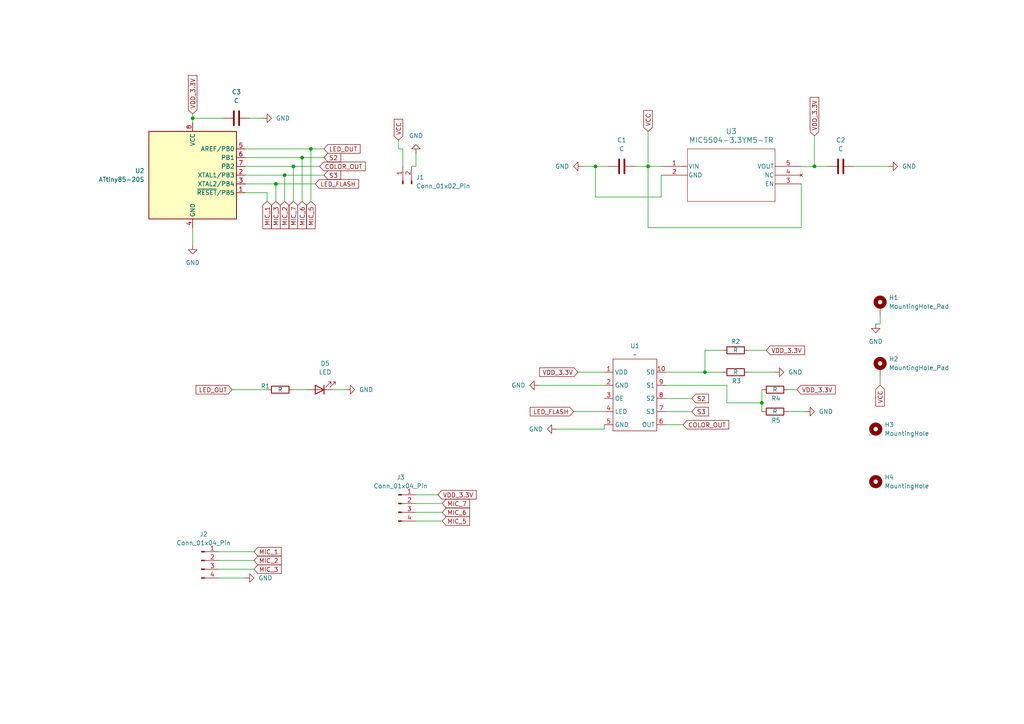
<source format=kicad_sch>
(kicad_sch (version 20231120) (generator "eeschema") (generator_version "8.0")
  (paper "A4")
  (lib_symbols
    (symbol "Connector:Conn_01x02_Pin" (pin_names (offset 1.016) hide)
      (property "Reference" "J" (at 0 2.54 0))
      (property "Value" "Conn_01x02_Pin" (at 0 -5.08 0))
      (symbol "Conn_01x02_Pin_1_1"
        (polyline (pts (xy 1.27 -2.54) (xy 0.8636 -2.54)) (stroke (width 0.1524)))
        (polyline (pts (xy 1.27 0) (xy 0.8636 0)) (stroke (width 0.1524)))
        (rectangle (start 0.8636 -2.413) (end 0 -2.667) (stroke (width 0.1524)) (fill (type outline)))
        (rectangle (start 0.8636 0.127) (end 0 -0.127) (stroke (width 0.1524)) (fill (type outline)))
        (pin passive line (at 5.08 0 180) (length 3.81) (name "Pin_1") (number "1"))
        (pin passive line (at 5.08 -2.54 180) (length 3.81) (name "Pin_2") (number "2"))
      )
    )
    (symbol "Connector:Conn_01x04_Pin" (pin_names (offset 1.016) hide)
      (property "Reference" "J" (at 0 5.08 0))
      (property "Value" "Conn_01x04_Pin" (at 0 -7.62 0))
      (symbol "Conn_01x04_Pin_1_1"
        (polyline (pts (xy 1.27 -5.08) (xy 0.8636 -5.08)) (stroke (width 0.1524)))
        (polyline (pts (xy 1.27 -2.54) (xy 0.8636 -2.54)) (stroke (width 0.1524)))
        (polyline (pts (xy 1.27 0) (xy 0.8636 0)) (stroke (width 0.1524)))
        (polyline (pts (xy 1.27 2.54) (xy 0.8636 2.54)) (stroke (width 0.1524)))
        (rectangle (start 0.8636 -4.953) (end 0 -5.207) (stroke (width 0.1524)) (fill (type outline)))
        (rectangle (start 0.8636 -2.413) (end 0 -2.667) (stroke (width 0.1524)) (fill (type outline)))
        (rectangle (start 0.8636 0.127) (end 0 -0.127) (stroke (width 0.1524)) (fill (type outline)))
        (rectangle (start 0.8636 2.667) (end 0 2.413) (stroke (width 0.1524)) (fill (type outline)))
        (pin passive line (at 5.08 2.54 180) (length 3.81) (name "Pin_1") (number "1"))
        (pin passive line (at 5.08 0 180) (length 3.81) (name "Pin_2") (number "2"))
        (pin passive line (at 5.08 -2.54 180) (length 3.81) (name "Pin_3") (number "3"))
        (pin passive line (at 5.08 -5.08 180) (length 3.81) (name "Pin_4") (number "4"))
      )
    )
    (symbol "Device:C" (pin_numbers hide) (pin_names (offset 0.254))
      (property "Reference" "C" (at 0.635 2.54 0))
      (property "Value" "C" (at 0.635 -2.54 0))
      (symbol "C_0_1"
        (polyline (pts (xy -2.032 -0.762) (xy 2.032 -0.762)) (stroke (width 0.508)))
        (polyline (pts (xy -2.032 0.762) (xy 2.032 0.762)) (stroke (width 0.508)))
      )
      (symbol "C_1_1"
        (pin passive line (at 0 3.81 270) (length 2.794) (name "~") (number "1"))
        (pin passive line (at 0 -3.81 90) (length 2.794) (name "~") (number "2"))
      )
    )
    (symbol "Device:LED" (pin_numbers hide) (pin_names (offset 1.016) hide)
      (property "Reference" "D" (at 0 2.54 0))
      (property "Value" "LED" (at 0 -2.54 0))
      (symbol "LED_0_1"
        (polyline (pts (xy -1.27 -1.27) (xy -1.27 1.27)) (stroke (width 0.254)))
        (polyline (pts (xy -1.27 0) (xy 1.27 0)))
        (polyline (pts (xy 1.27 -1.27) (xy 1.27 1.27) (xy -1.27 0) (xy 1.27 -1.27)) (stroke (width 0.254)))
        (polyline (pts (xy -3.048 -0.762) (xy -4.572 -2.286) (xy -3.81 -2.286) (xy -4.572 -2.286) (xy -4.572 -1.524)))
        (polyline (pts (xy -1.778 -0.762) (xy -3.302 -2.286) (xy -2.54 -2.286) (xy -3.302 -2.286) (xy -3.302 -1.524)))
      )
      (symbol "LED_1_1"
        (pin passive line (at -3.81 0 0) (length 2.54) (name "K") (number "1"))
        (pin passive line (at 3.81 0 180) (length 2.54) (name "A") (number "2"))
      )
    )
    (symbol "Device:R" (pin_numbers hide) (pin_names (offset 0))
      (property "Reference" "R" (at 2.032 0 90))
      (property "Value" "R" (at 0 0 90))
      (symbol "R_0_1"
        (rectangle (start -1.016 -2.54) (end 1.016 2.54) (stroke (width 0.254)))
      )
      (symbol "R_1_1"
        (pin passive line (at 0 3.81 270) (length 1.27) (name "~") (number "1"))
        (pin passive line (at 0 -3.81 90) (length 1.27) (name "~") (number "2"))
      )
    )
    (symbol "MCU_Microchip_ATtiny:ATtiny85-20S"
      (property "Reference" "U" (at -12.7 13.97 0))
      (property "Value" "ATtiny85-20S" (at 2.54 -13.97 0))
      (symbol "ATtiny85-20S_0_1"
        (rectangle (start -12.7 -12.7) (end 12.7 12.7) (stroke (width 0.254)) (fill (type background)))
      )
      (symbol "ATtiny85-20S_1_1"
        (pin bidirectional line (at 15.24 -5.08 180) (length 2.54) (name "~{RESET}/PB5") (number "1"))
        (pin bidirectional line (at 15.24 0 180) (length 2.54) (name "XTAL1/PB3") (number "2"))
        (pin bidirectional line (at 15.24 -2.54 180) (length 2.54) (name "XTAL2/PB4") (number "3"))
        (pin power_in line (at 0 -15.24 90) (length 2.54) (name "GND") (number "4"))
        (pin bidirectional line (at 15.24 7.62 180) (length 2.54) (name "AREF/PB0") (number "5"))
        (pin bidirectional line (at 15.24 5.08 180) (length 2.54) (name "PB1") (number "6"))
        (pin bidirectional line (at 15.24 2.54 180) (length 2.54) (name "PB2") (number "7"))
        (pin power_in line (at 0 15.24 270) (length 2.54) (name "VCC") (number "8"))
      )
    )
    (symbol "MIC5504:MIC5504-3.3YM5-TR" (pin_names (offset 0.254))
      (property "Reference" "U" (at 20.32 10.16 0))
      (property "Value" "MIC5504-3.3YM5-TR" (at 20.32 7.62 0))
      (symbol "MIC5504-3.3YM5-TR_0_1"
        (polyline (pts (xy 7.62 -10.16) (xy 33.02 -10.16)) (stroke (width 0.127)))
        (polyline (pts (xy 7.62 5.08) (xy 7.62 -10.16)) (stroke (width 0.127)))
        (polyline (pts (xy 33.02 -10.16) (xy 33.02 5.08)) (stroke (width 0.127)))
        (polyline (pts (xy 33.02 5.08) (xy 7.62 5.08)) (stroke (width 0.127)))
        (pin input line (at 0 0 0) (length 7.62) (name "VIN") (number "1"))
        (pin power_in line (at 0 -2.54 0) (length 7.62) (name "GND") (number "2"))
        (pin input line (at 40.64 -5.08 180) (length 7.62) (name "EN") (number "3"))
        (pin no_connect line (at 40.64 -2.54 180) (length 7.62) (name "NC") (number "4"))
        (pin output line (at 40.64 0 180) (length 7.62) (name "VOUT") (number "5"))
      )
    )
    (symbol "Mechanical:MountingHole" (pin_names (offset 1.016)) (exclude_from_sim yes) (in_bom no)
      (property "Reference" "H" (at 0 5.08 0))
      (property "Value" "MountingHole" (at 0 3.175 0))
      (symbol "MountingHole_0_1"
        (circle (center 0 0) (radius 1.27) (stroke (width 1.27)))
      )
    )
    (symbol "Mechanical:MountingHole_Pad" (pin_numbers hide) (pin_names (offset 1.016) hide) (exclude_from_sim yes) (in_bom no)
      (property "Reference" "H" (at 0 6.35 0))
      (property "Value" "MountingHole_Pad" (at 0 4.445 0))
      (symbol "MountingHole_Pad_0_1"
        (circle (center 0 1.27) (radius 1.27) (stroke (width 1.27)))
      )
      (symbol "MountingHole_Pad_1_1"
        (pin input line (at 0 -2.54 90) (length 2.54) (name "1") (number "1"))
      )
    )
    (symbol "TCS3200_DFRobot:TCS3200"
      (property "Reference" "U1" (at 0 15.24 0))
      (property "Value" "~" (at 0 12.7 0))
      (symbol "TCS3200_0_1"
        (rectangle (start -6.35 11.43) (end 6.35 -9.398))
      )
      (symbol "TCS3200_1_1"
        (pin input line (at -8.89 7.62 0) (length 2.54) (name "VDD") (number "1"))
        (pin input line (at 8.89 7.62 180) (length 2.54) (name "S0") (number "10"))
        (pin input line (at -8.89 3.81 0) (length 2.54) (name "GND") (number "2"))
        (pin input line (at -8.89 0 0) (length 2.54) (name "OE") (number "3"))
        (pin input line (at -8.89 -3.81 0) (length 2.54) (name "LED") (number "4"))
        (pin input line (at -8.89 -7.62 0) (length 2.54) (name "GND") (number "5"))
        (pin input line (at 8.89 -7.62 180) (length 2.54) (name "OUT") (number "6"))
        (pin input line (at 8.89 -3.81 180) (length 2.54) (name "S3") (number "7"))
        (pin input line (at 8.89 0 180) (length 2.54) (name "S2") (number "8"))
        (pin input line (at 8.89 3.81 180) (length 2.54) (name "S1") (number "9"))
      )
    )
    (symbol "power:GND" (power) (pin_numbers hide) (pin_names (offset 0) hide)
      (property "Value" "GND" (at 0 -3.81 0))
      (symbol "GND_0_1"
        (polyline (pts (xy 0 0) (xy 0 -1.27) (xy 1.27 -1.27) (xy 0 -2.54) (xy -1.27 -1.27) (xy 0 -1.27)))
      )
      (symbol "GND_1_1"
        (pin power_in line (at 0 0 270) (length 0) (name "~") (number "1"))
      )
    )
  )
  (junction (at 204.47 107.95))
  (junction (at 55.88 34.29))
  (junction (at 220.98 116.84))
  (junction (at 80.01 53.34))
  (junction (at 82.55 50.8))
  (junction (at 87.63 45.72))
  (junction (at 187.96 48.26))
  (junction (at 90.17 43.18))
  (junction (at 85.09 48.26))
  (junction (at 172.72 48.26))
  (junction (at 236.22 48.26))
  (wire (pts (xy 96.52 113.03) (xy 100.33 113.03)))
  (wire (pts (xy 172.72 57.15) (xy 172.72 48.26)))
  (wire (pts (xy 90.17 43.18) (xy 90.17 58.42)))
  (wire (pts (xy 85.09 113.03) (xy 88.9 113.03)))
  (wire (pts (xy 82.55 50.8) (xy 82.55 58.42)))
  (wire (pts (xy 255.27 109.22) (xy 255.27 111.76)))
  (wire (pts (xy 55.88 34.29) (xy 64.77 34.29)))
  (wire (pts (xy 120.65 146.05) (xy 128.27 146.05)))
  (wire (pts (xy 71.12 48.26) (xy 85.09 48.26)))
  (wire (pts (xy 55.88 34.29) (xy 55.88 35.56)))
  (wire (pts (xy 71.12 50.8) (xy 82.55 50.8)))
  (wire (pts (xy 193.04 115.57) (xy 200.66 115.57)))
  (wire (pts (xy 87.63 45.72) (xy 87.63 58.42)))
  (wire (pts (xy 85.09 48.26) (xy 85.09 58.42)))
  (wire (pts (xy 63.5 165.1) (xy 73.66 165.1)))
  (wire (pts (xy 161.29 124.46) (xy 175.26 124.46)))
  (wire (pts (xy 67.31 113.03) (xy 77.47 113.03)))
  (wire (pts (xy 191.77 50.8) (xy 191.77 57.15)))
  (wire (pts (xy 172.72 48.26) (xy 176.53 48.26)))
  (wire (pts (xy 72.39 34.29) (xy 76.2 34.29)))
  (wire (pts (xy 236.22 48.26) (xy 240.03 48.26)))
  (wire (pts (xy 217.17 107.95) (xy 224.79 107.95)))
  (wire (pts (xy 193.04 107.95) (xy 204.47 107.95)))
  (wire (pts (xy 71.12 53.34) (xy 80.01 53.34)))
  (wire (pts (xy 116.84 48.26) (xy 116.84 43.18)))
  (wire (pts (xy 167.64 107.95) (xy 175.26 107.95)))
  (wire (pts (xy 247.65 48.26) (xy 257.81 48.26)))
  (wire (pts (xy 87.63 45.72) (xy 93.98 45.72)))
  (wire (pts (xy 120.65 48.26) (xy 119.38 48.26)))
  (wire (pts (xy 55.88 33.02) (xy 55.88 34.29)))
  (wire (pts (xy 55.88 66.04) (xy 55.88 71.12)))
  (wire (pts (xy 217.17 101.6) (xy 222.25 101.6)))
  (wire (pts (xy 187.96 38.1) (xy 187.96 48.26)))
  (wire (pts (xy 115.57 43.18) (xy 115.57 40.64)))
  (wire (pts (xy 220.98 116.84) (xy 220.98 119.38)))
  (wire (pts (xy 71.12 43.18) (xy 90.17 43.18)))
  (wire (pts (xy 71.12 55.88) (xy 77.47 55.88)))
  (wire (pts (xy 120.65 148.59) (xy 128.27 148.59)))
  (wire (pts (xy 254 93.98) (xy 255.27 93.98)))
  (wire (pts (xy 193.04 119.38) (xy 200.66 119.38)))
  (wire (pts (xy 116.84 43.18) (xy 115.57 43.18)))
  (wire (pts (xy 204.47 101.6) (xy 204.47 107.95)))
  (wire (pts (xy 187.96 48.26) (xy 191.77 48.26)))
  (wire (pts (xy 228.6 119.38) (xy 233.68 119.38)))
  (wire (pts (xy 166.37 119.38) (xy 175.26 119.38)))
  (wire (pts (xy 236.22 39.37) (xy 236.22 48.26)))
  (wire (pts (xy 63.5 167.64) (xy 71.12 167.64)))
  (wire (pts (xy 193.04 111.76) (xy 210.82 111.76)))
  (wire (pts (xy 184.15 48.26) (xy 187.96 48.26)))
  (wire (pts (xy 120.65 44.45) (xy 120.65 48.26)))
  (wire (pts (xy 220.98 113.03) (xy 220.98 116.84)))
  (wire (pts (xy 232.41 48.26) (xy 236.22 48.26)))
  (wire (pts (xy 191.77 57.15) (xy 172.72 57.15)))
  (wire (pts (xy 85.09 48.26) (xy 92.71 48.26)))
  (wire (pts (xy 156.21 111.76) (xy 175.26 111.76)))
  (wire (pts (xy 80.01 53.34) (xy 91.44 53.34)))
  (wire (pts (xy 82.55 50.8) (xy 93.98 50.8)))
  (wire (pts (xy 232.41 53.34) (xy 232.41 66.04)))
  (wire (pts (xy 80.01 58.42) (xy 80.01 53.34)))
  (wire (pts (xy 210.82 116.84) (xy 220.98 116.84)))
  (wire (pts (xy 193.04 123.19) (xy 198.12 123.19)))
  (wire (pts (xy 204.47 107.95) (xy 209.55 107.95)))
  (wire (pts (xy 255.27 91.44) (xy 255.27 93.98)))
  (wire (pts (xy 120.65 151.13) (xy 128.27 151.13)))
  (wire (pts (xy 228.6 113.03) (xy 231.14 113.03)))
  (wire (pts (xy 90.17 43.18) (xy 93.98 43.18)))
  (wire (pts (xy 232.41 66.04) (xy 187.96 66.04)))
  (wire (pts (xy 77.47 58.42) (xy 77.47 55.88)))
  (wire (pts (xy 175.26 124.46) (xy 175.26 123.19)))
  (wire (pts (xy 210.82 111.76) (xy 210.82 116.84)))
  (wire (pts (xy 120.65 143.51) (xy 127 143.51)))
  (wire (pts (xy 168.91 48.26) (xy 172.72 48.26)))
  (wire (pts (xy 63.5 160.02) (xy 73.66 160.02)))
  (wire (pts (xy 63.5 162.56) (xy 73.66 162.56)))
  (wire (pts (xy 209.55 101.6) (xy 204.47 101.6)))
  (wire (pts (xy 71.12 45.72) (xy 87.63 45.72)))
  (wire (pts (xy 187.96 66.04) (xy 187.96 48.26)))
  (global_label "MIC_3" (shape input) (at 73.66 165.1 0) (property "Intersheetrefs" "${INTERSHEET_REFS}" (effects (hide yes))))
  (global_label "VDD_3.3V" (shape input) (at 222.25 101.6 0) (property "Intersheetrefs" "${INTERSHEET_REFS}" (effects (hide yes))))
  (global_label "MIC_6" (shape input) (at 128.27 148.59 0) (property "Intersheetrefs" "${INTERSHEET_REFS}" (effects (hide yes))))
  (global_label "COLOR_OUT" (shape input) (at 92.71 48.26 0) (property "Intersheetrefs" "${INTERSHEET_REFS}" (effects (hide yes))))
  (global_label "S3" (shape input) (at 200.66 119.38 0) (property "Intersheetrefs" "${INTERSHEET_REFS}" (effects (hide yes))))
  (global_label "COLOR_OUT" (shape input) (at 198.12 123.19 0) (property "Intersheetrefs" "${INTERSHEET_REFS}" (effects (hide yes))))
  (global_label "VDD_3.3V" (shape input) (at 231.14 113.03 0) (property "Intersheetrefs" "${INTERSHEET_REFS}" (effects (hide yes))))
  (global_label "MIC_7" (shape input) (at 128.27 146.05 0) (property "Intersheetrefs" "${INTERSHEET_REFS}" (effects (hide yes))))
  (global_label "MIC_2" (shape input) (at 73.66 162.56 0) (property "Intersheetrefs" "${INTERSHEET_REFS}" (effects (hide yes))))
  (global_label "S2" (shape input) (at 93.98 45.72 0) (property "Intersheetrefs" "${INTERSHEET_REFS}" (effects (hide yes))))
  (global_label "MIC_7" (shape input) (at 85.09 58.42 270) (property "Intersheetrefs" "${INTERSHEET_REFS}" (effects (hide yes))))
  (global_label "MIC_2" (shape input) (at 82.55 58.42 270) (property "Intersheetrefs" "${INTERSHEET_REFS}" (effects (hide yes))))
  (global_label "MIC_3" (shape input) (at 80.01 58.42 270) (property "Intersheetrefs" "${INTERSHEET_REFS}" (effects (hide yes))))
  (global_label "LED_OUT" (shape input) (at 67.31 113.03 180) (property "Intersheetrefs" "${INTERSHEET_REFS}" (effects (hide yes))))
  (global_label "VCC" (shape input) (at 255.27 111.76 270) (property "Intersheetrefs" "${INTERSHEET_REFS}" (effects (hide yes))))
  (global_label "MIC_5" (shape input) (at 128.27 151.13 0) (property "Intersheetrefs" "${INTERSHEET_REFS}" (effects (hide yes))))
  (global_label "LED_OUT" (shape input) (at 93.98 43.18 0) (property "Intersheetrefs" "${INTERSHEET_REFS}" (effects (hide yes))))
  (global_label "VCC" (shape input) (at 187.96 38.1 90) (property "Intersheetrefs" "${INTERSHEET_REFS}" (effects (hide yes))))
  (global_label "S2" (shape input) (at 200.66 115.57 0) (property "Intersheetrefs" "${INTERSHEET_REFS}" (effects (hide yes))))
  (global_label "MIC_5" (shape input) (at 90.17 58.42 270) (property "Intersheetrefs" "${INTERSHEET_REFS}" (effects (hide yes))))
  (global_label "LED_FLASH" (shape input) (at 166.37 119.38 180) (property "Intersheetrefs" "${INTERSHEET_REFS}" (effects (hide yes))))
  (global_label "VDD_3.3V" (shape input) (at 167.64 107.95 180) (property "Intersheetrefs" "${INTERSHEET_REFS}" (effects (hide yes))))
  (global_label "MIC_1" (shape input) (at 73.66 160.02 0) (property "Intersheetrefs" "${INTERSHEET_REFS}" (effects (hide yes))))
  (global_label "VDD_3.3V" (shape input) (at 236.22 39.37 90) (property "Intersheetrefs" "${INTERSHEET_REFS}" (effects (hide yes))))
  (global_label "MIC_1" (shape input) (at 77.47 58.42 270) (property "Intersheetrefs" "${INTERSHEET_REFS}" (effects (hide yes))))
  (global_label "VCC" (shape input) (at 115.57 40.64 90) (property "Intersheetrefs" "${INTERSHEET_REFS}" (effects (hide yes))))
  (global_label "LED_FLASH" (shape input) (at 91.44 53.34 0) (property "Intersheetrefs" "${INTERSHEET_REFS}" (effects (hide yes))))
  (global_label "VDD_3.3V" (shape input) (at 55.88 33.02 90) (property "Intersheetrefs" "${INTERSHEET_REFS}" (effects (hide yes))))
  (global_label "MIC_6" (shape input) (at 87.63 58.42 270) (property "Intersheetrefs" "${INTERSHEET_REFS}" (effects (hide yes))))
  (global_label "S3" (shape input) (at 93.98 50.8 0) (property "Intersheetrefs" "${INTERSHEET_REFS}" (effects (hide yes))))
  (global_label "VDD_3.3V" (shape input) (at 127 143.51 0) (property "Intersheetrefs" "${INTERSHEET_REFS}" (effects (hide yes))))
  (symbol (lib_id "power:GND") (at 168.91 48.26 270) (unit 1)
    (property "Reference" "#PWR01" (effects (hide yes)))
    (property "Value" "GND" (at 165.1 48.2599 90) (effects (justify right)))
    (property "Description" "Power symbol creates a global label with name \"GND\" , ground" (effects (hide yes)))
  )
  (symbol (lib_id "Device:R") (at 224.79 119.38 90) (unit 1)
    (property "Reference" "R5" (at 225.044 121.92 90))
    (property "Value" "R" (at 224.79 119.38 90))
    (property "Footprint" "Resistor_SMD:R_0603_1608Metric_Pad0.98x0.95mm_HandSolder" (effects (hide yes)))
    (property "Description" "Resistor" (effects (hide yes)))
  )
  (symbol (lib_id "Mechanical:MountingHole") (at 254 124.46 0) (unit 1) (exclude_from_sim yes) (in_bom no)
    (property "Reference" "H3" (at 256.54 123.1899 0) (effects (justify left)))
    (property "Value" "MountingHole" (at 256.54 125.7299 0) (effects (justify left)))
    (property "Footprint" "MountingHole:MT_Hole" (effects (hide yes)))
    (property "Description" "Mounting Hole without connection" (effects (hide yes)))
  )
  (symbol (lib_id "power:GND") (at 71.12 167.64 90) (unit 1)
    (property "Reference" "#PWR09" (effects (hide yes)))
    (property "Value" "GND" (at 74.93 167.6399 90) (effects (justify right)))
    (property "Description" "Power symbol creates a global label with name \"GND\" , ground" (effects (hide yes)))
  )
  (symbol (lib_id "power:GND") (at 55.88 71.12 0) (unit 1)
    (property "Reference" "#PWR03" (effects (hide yes)))
    (property "Value" "GND" (at 55.88 76.2 0))
    (property "Description" "Power symbol creates a global label with name \"GND\" , ground" (effects (hide yes)))
  )
  (symbol (lib_id "power:GND") (at 224.79 107.95 90) (unit 1)
    (property "Reference" "#PWR06" (effects (hide yes)))
    (property "Value" "GND" (at 228.6 107.9499 90) (effects (justify right)))
    (property "Description" "Power symbol creates a global label with name \"GND\" , ground" (effects (hide yes)))
  )
  (symbol (lib_id "MCU_Microchip_ATtiny:ATtiny85-20S") (at 55.88 50.8 0) (unit 1)
    (property "Reference" "U2" (at 41.91 49.5299 0) (effects (justify right)))
    (property "Value" "ATtiny85-20S" (at 41.91 52.0699 0) (effects (justify right)))
    (property "Footprint" "Package_SO:SOIC-8W_5.3x5.3mm_P1.27mm" (effects (hide yes)))
    (property "Datasheet" "http://ww1.microchip.com/downloads/en/DeviceDoc/atmel-2586-avr-8-bit-microcontroller-attiny25-attiny45-attiny85_datasheet.pdf" (effects (hide yes)))
    (property "Description" "20MHz, 8kB Flash, 512B SRAM, 512B EEPROM, debugWIRE, SOIC-8W" (effects (hide yes)))
  )
  (symbol (lib_id "power:GND") (at 254 93.98 0) (unit 1)
    (property "Reference" "#PWR012" (effects (hide yes)))
    (property "Value" "GND" (at 254 99.06 0))
    (property "Description" "Power symbol creates a global label with name \"GND\" , ground" (effects (hide yes)))
  )
  (symbol (lib_id "Connector:Conn_01x04_Pin") (at 115.57 146.05 0) (unit 1)
    (property "Reference" "J3" (at 116.205 138.43 0))
    (property "Value" "Conn_01x04_Pin" (at 116.205 140.97 0))
    (property "Footprint" "Connector_PinHeader_2.54mm:PinHeader_1x04_P2.54mm_Vertical" (effects (hide yes)))
    (property "Description" "Generic connector, single row, 01x04, script generated" (effects (hide yes)))
  )
  (symbol (lib_id "power:GND") (at 233.68 119.38 90) (unit 1)
    (property "Reference" "#PWR07" (effects (hide yes)))
    (property "Value" "GND" (at 237.49 119.3799 90) (effects (justify right)))
    (property "Description" "Power symbol creates a global label with name \"GND\" , ground" (effects (hide yes)))
  )
  (symbol (lib_id "power:GND") (at 161.29 124.46 270) (unit 1)
    (property "Reference" "#PWR05" (effects (hide yes)))
    (property "Value" "GND" (at 157.48 124.4599 90) (effects (justify right)))
    (property "Description" "Power symbol creates a global label with name \"GND\" , ground" (effects (hide yes)))
  )
  (symbol (lib_id "Device:R") (at 81.28 113.03 90) (unit 1)
    (property "Reference" "R1" (at 76.962 112.014 90))
    (property "Value" "R" (at 81.28 113.03 90))
    (property "Footprint" "Resistor_SMD:R_0603_1608Metric_Pad0.98x0.95mm_HandSolder" (effects (hide yes)))
    (property "Description" "Resistor" (effects (hide yes)))
  )
  (symbol (lib_id "power:GND") (at 257.81 48.26 90) (unit 1)
    (property "Reference" "#PWR02" (effects (hide yes)))
    (property "Value" "GND" (at 261.62 48.2599 90) (effects (justify right)))
    (property "Description" "Power symbol creates a global label with name \"GND\" , ground" (effects (hide yes)))
  )
  (symbol (lib_id "Device:R") (at 213.36 107.95 90) (unit 1)
    (property "Reference" "R3" (at 213.614 110.49 90))
    (property "Value" "R" (at 213.36 107.95 90))
    (property "Footprint" "Resistor_SMD:R_0603_1608Metric_Pad0.98x0.95mm_HandSolder" (effects (hide yes)))
    (property "Description" "Resistor" (effects (hide yes)))
  )
  (symbol (lib_id "Device:LED") (at 92.71 113.03 180) (unit 1)
    (property "Reference" "D5" (at 94.2975 105.41 0))
    (property "Value" "LED" (at 94.2975 107.95 0))
    (property "Footprint" "LED_SMD:LED_0805_2012Metric_Pad1.15x1.40mm_HandSolder" (effects (hide yes)))
    (property "Description" "Light emitting diode" (effects (hide yes)))
  )
  (symbol (lib_id "power:GND") (at 120.65 44.45 180) (unit 1)
    (property "Reference" "#PWR08" (effects (hide yes)))
    (property "Value" "GND" (at 120.65 39.37 0))
    (property "Description" "Power symbol creates a global label with name \"GND\" , ground" (effects (hide yes)))
  )
  (symbol (lib_id "power:GND") (at 76.2 34.29 90) (unit 1)
    (property "Reference" "#PWR013" (effects (hide yes)))
    (property "Value" "GND" (at 80.01 34.2899 90) (effects (justify right)))
    (property "Description" "Power symbol creates a global label with name \"GND\" , ground" (effects (hide yes)))
  )
  (symbol (lib_id "Mechanical:MountingHole_Pad") (at 255.27 106.68 0) (unit 1) (exclude_from_sim yes) (in_bom no)
    (property "Reference" "H2" (at 257.81 104.1399 0) (effects (justify left)))
    (property "Value" "MountingHole_Pad" (at 257.81 106.6799 0) (effects (justify left)))
    (property "Footprint" "MountingHole:MT_Hole" (effects (hide yes)))
    (property "Description" "Mounting Hole with connection" (effects (hide yes)))
  )
  (symbol (lib_id "Device:C") (at 180.34 48.26 90) (unit 1)
    (property "Reference" "C1" (at 180.34 40.64 90))
    (property "Value" "C" (at 180.34 43.18 90))
    (property "Footprint" "Capacitor_SMD:C_0603_1608Metric_Pad1.08x0.95mm_HandSolder" (effects (hide yes)))
    (property "Description" "Unpolarized capacitor" (effects (hide yes)))
  )
  (symbol (lib_id "TCS3200_DFRobot:TCS3200") (at 184.15 115.57 0) (unit 1)
    (property "Reference" "U1" (at 184.15 100.33 0))
    (property "Value" "~" (at 184.15 102.87 0))
    (property "Footprint" "TCS3200_DFR:TCS3200_DFR" (effects (hide yes)))
  )
  (symbol (lib_id "power:GND") (at 100.33 113.03 90) (unit 1)
    (property "Reference" "#PWR010" (effects (hide yes)))
    (property "Value" "GND" (at 104.14 113.0299 90) (effects (justify right)))
    (property "Description" "Power symbol creates a global label with name \"GND\" , ground" (effects (hide yes)))
  )
  (symbol (lib_id "Mechanical:MountingHole_Pad") (at 255.27 88.9 0) (unit 1) (exclude_from_sim yes) (in_bom no)
    (property "Reference" "H1" (at 257.81 86.3599 0) (effects (justify left)))
    (property "Value" "MountingHole_Pad" (at 257.81 88.8999 0) (effects (justify left)))
    (property "Footprint" "MountingHole:MT_Hole" (effects (hide yes)))
    (property "Description" "Mounting Hole with connection" (effects (hide yes)))
  )
  (symbol (lib_id "power:GND") (at 156.21 111.76 270) (unit 1)
    (property "Reference" "#PWR04" (effects (hide yes)))
    (property "Value" "GND" (at 152.4 111.7599 90) (effects (justify right)))
    (property "Description" "Power symbol creates a global label with name \"GND\" , ground" (effects (hide yes)))
  )
  (symbol (lib_id "Device:R") (at 224.79 113.03 90) (unit 1)
    (property "Reference" "R4" (at 225.044 115.57 90))
    (property "Value" "R" (at 224.79 113.03 90))
    (property "Footprint" "Resistor_SMD:R_0603_1608Metric_Pad0.98x0.95mm_HandSolder" (effects (hide yes)))
    (property "Description" "Resistor" (effects (hide yes)))
  )
  (symbol (lib_id "Device:R") (at 213.36 101.6 90) (unit 1)
    (property "Reference" "R2" (at 213.36 99.06 90))
    (property "Value" "R" (at 213.36 101.6 90))
    (property "Footprint" "Resistor_SMD:R_0603_1608Metric_Pad0.98x0.95mm_HandSolder" (effects (hide yes)))
    (property "Description" "Resistor" (effects (hide yes)))
  )
  (symbol (lib_id "Connector:Conn_01x04_Pin") (at 58.42 162.56 0) (unit 1)
    (property "Reference" "J2" (at 59.055 154.94 0))
    (property "Value" "Conn_01x04_Pin" (at 59.055 157.48 0))
    (property "Footprint" "Connector_PinHeader_2.54mm:PinHeader_1x04_P2.54mm_Vertical" (effects (hide yes)))
    (property "Description" "Generic connector, single row, 01x04, script generated" (effects (hide yes)))
  )
  (symbol (lib_id "Device:C") (at 68.58 34.29 90) (unit 1)
    (property "Reference" "C3" (at 68.58 26.67 90))
    (property "Value" "C" (at 68.58 29.21 90))
    (property "Footprint" "Capacitor_SMD:C_0603_1608Metric_Pad1.08x0.95mm_HandSolder" (effects (hide yes)))
    (property "Description" "Unpolarized capacitor" (effects (hide yes)))
  )
  (symbol (lib_id "Connector:Conn_01x02_Pin") (at 116.84 53.34 90) (unit 1)
    (property "Reference" "J1" (at 120.65 51.4349 90) (effects (justify right)))
    (property "Value" "Conn_01x02_Pin" (at 120.65 53.9749 90) (effects (justify right)))
    (property "Footprint" "Connector_PinHeader_2.54mm:PinHeader_1x02_P2.54mm_Vertical" (effects (hide yes)))
    (property "Description" "Generic connector, single row, 01x02, script generated" (effects (hide yes)))
  )
  (symbol (lib_id "MIC5504:MIC5504-3.3YM5-TR") (at 191.77 48.26 0) (unit 1)
    (property "Reference" "U3" (at 212.09 38.1 0) (effects (font (size 1.524 1.524))))
    (property "Value" "MIC5504-3.3YM5-TR" (at 212.09 40.64 0) (effects (font (size 1.524 1.524))))
    (property "Footprint" "MIC5504:SOT-23-5_MC_MCH" (effects (hide yes)))
    (property "Datasheet" "MIC5504-3.3YM5-TR" (effects (hide yes)))
  )
  (symbol (lib_id "Device:C") (at 243.84 48.26 90) (unit 1)
    (property "Reference" "C2" (at 243.84 40.64 90))
    (property "Value" "C" (at 243.84 43.18 90))
    (property "Footprint" "Capacitor_SMD:C_0603_1608Metric_Pad1.08x0.95mm_HandSolder" (effects (hide yes)))
    (property "Description" "Unpolarized capacitor" (effects (hide yes)))
  )
  (symbol (lib_id "Mechanical:MountingHole") (at 254 139.7 0) (unit 1) (exclude_from_sim yes) (in_bom no)
    (property "Reference" "H4" (at 256.54 138.4299 0) (effects (justify left)))
    (property "Value" "MountingHole" (at 256.54 140.9699 0) (effects (justify left)))
    (property "Footprint" "MountingHole:MT_Hole" (effects (hide yes)))
    (property "Description" "Mounting Hole without connection" (effects (hide yes)))
  )
)
</source>
